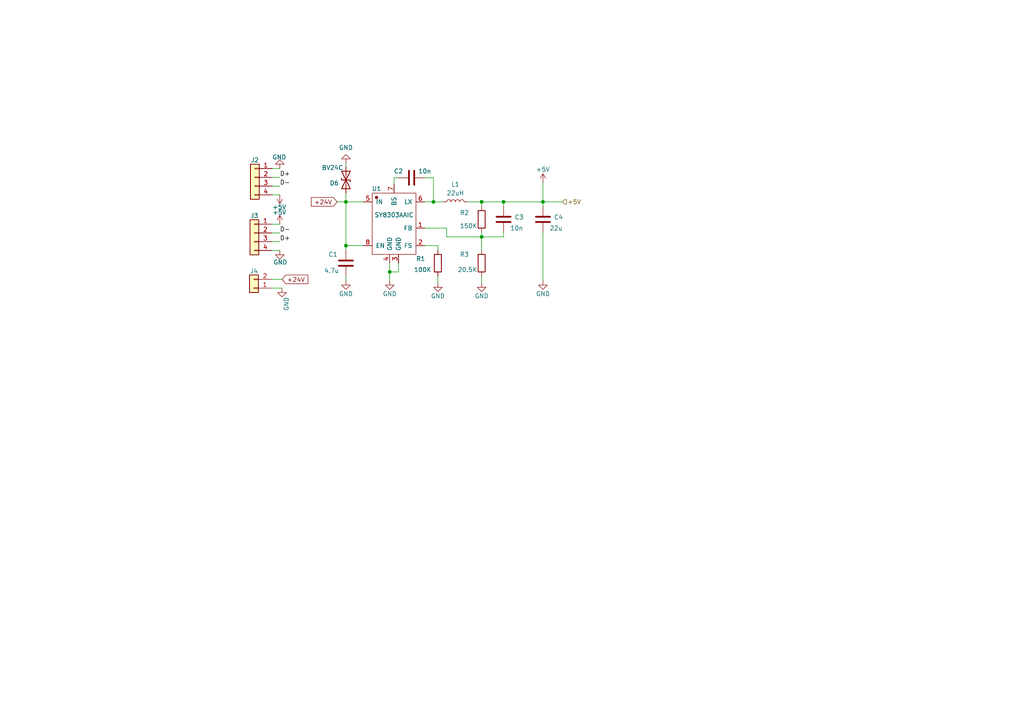
<source format=kicad_sch>
(kicad_sch (version 20230121) (generator eeschema)
  (paper "A4")
  (lib_symbols
    (symbol "Connector_Generic:Conn_01x02" (pin_names (offset 1.016) hide)
      (property "Reference" "J" (at 0 2.54 0))
      (property "Value" "Conn_01x02" (at 0 -5.08 0))
      (symbol "Conn_01x02_1_1"
        (rectangle (start -1.27 -2.413) (end 0 -2.667) (stroke (width 0.1524)))
        (rectangle (start -1.27 0.127) (end 0 -0.127) (stroke (width 0.1524)))
        (rectangle (start -1.27 1.27) (end 1.27 -3.81) (stroke (width 0.254)) (fill (type background)))
        (pin passive line (at -5.08 0 0) (length 3.81) (name "Pin_1") (number "1"))
        (pin passive line (at -5.08 -2.54 0) (length 3.81) (name "Pin_2") (number "2"))
      )
    )
    (symbol "Connector_Generic:Conn_01x04" (pin_names (offset 1.016) hide)
      (property "Reference" "J" (at 0 5.08 0))
      (property "Value" "Conn_01x04" (at 0 -7.62 0))
      (symbol "Conn_01x04_1_1"
        (rectangle (start -1.27 -4.953) (end 0 -5.207) (stroke (width 0.1524)))
        (rectangle (start -1.27 -2.413) (end 0 -2.667) (stroke (width 0.1524)))
        (rectangle (start -1.27 0.127) (end 0 -0.127) (stroke (width 0.1524)))
        (rectangle (start -1.27 2.667) (end 0 2.413) (stroke (width 0.1524)))
        (rectangle (start -1.27 3.81) (end 1.27 -6.35) (stroke (width 0.254)) (fill (type background)))
        (pin passive line (at -5.08 2.54 0) (length 3.81) (name "Pin_1") (number "1"))
        (pin passive line (at -5.08 0 0) (length 3.81) (name "Pin_2") (number "2"))
        (pin passive line (at -5.08 -2.54 0) (length 3.81) (name "Pin_3") (number "3"))
        (pin passive line (at -5.08 -5.08 0) (length 3.81) (name "Pin_4") (number "4"))
      )
    )
    (symbol "Device:C" (pin_numbers hide) (pin_names (offset 0.254))
      (property "Reference" "C" (at 0.635 2.54 0))
      (property "Value" "C" (at 0.635 -2.54 0))
      (symbol "C_0_1"
        (polyline (pts (xy -2.032 -0.762) (xy 2.032 -0.762)) (stroke (width 0.508)))
        (polyline (pts (xy -2.032 0.762) (xy 2.032 0.762)) (stroke (width 0.508)))
      )
      (symbol "C_1_1"
        (pin passive line (at 0 3.81 270) (length 2.794) (name "~") (number "1"))
        (pin passive line (at 0 -3.81 90) (length 2.794) (name "~") (number "2"))
      )
    )
    (symbol "Device:D_TVS" (pin_numbers hide) (pin_names (offset 1.016) hide)
      (property "Reference" "D" (at 0 2.54 0))
      (property "Value" "D_TVS" (at 0 -2.54 0))
      (symbol "D_TVS_0_1"
        (polyline (pts (xy 1.27 0) (xy -1.27 0)))
        (polyline (pts (xy 0.508 1.27) (xy 0 1.27) (xy 0 -1.27) (xy -0.508 -1.27)) (stroke (width 0.254)))
        (polyline (pts (xy -2.54 1.27) (xy -2.54 -1.27) (xy 2.54 1.27) (xy 2.54 -1.27) (xy -2.54 1.27)) (stroke (width 0.254)))
      )
      (symbol "D_TVS_1_1"
        (pin passive line (at -3.81 0 0) (length 2.54) (name "A1") (number "1"))
        (pin passive line (at 3.81 0 180) (length 2.54) (name "A2") (number "2"))
      )
    )
    (symbol "Device:L" (pin_numbers hide) (pin_names (offset 1.016) hide)
      (property "Reference" "L" (at -1.27 0 90))
      (property "Value" "L" (at 1.905 0 90))
      (symbol "L_0_1"
        (arc (start 0 -2.54) (mid 0.6323 -1.905) (end 0 -1.27))
        (arc (start 0 -1.27) (mid 0.6323 -0.635) (end 0 0))
        (arc (start 0 0) (mid 0.6323 0.635) (end 0 1.27))
        (arc (start 0 1.27) (mid 0.6323 1.905) (end 0 2.54))
      )
      (symbol "L_1_1"
        (pin passive line (at 0 3.81 270) (length 1.27) (name "1") (number "1"))
        (pin passive line (at 0 -3.81 90) (length 1.27) (name "2") (number "2"))
      )
    )
    (symbol "Device:R" (pin_numbers hide) (pin_names (offset 0))
      (property "Reference" "R" (at 2.032 0 90))
      (property "Value" "R" (at 0 0 90))
      (symbol "R_0_1"
        (rectangle (start -1.016 -2.54) (end 1.016 2.54) (stroke (width 0.254)))
      )
      (symbol "R_1_1"
        (pin passive line (at 0 3.81 270) (length 1.27) (name "~") (number "1"))
        (pin passive line (at 0 -3.81 90) (length 1.27) (name "~") (number "2"))
      )
    )
    (symbol "ECAT:SY8303AAIC" (pin_names (offset 1.016))
      (property "Reference" "U" (at -5.08 8.89 0))
      (property "Value" "SY8303AAIC" (at 0 2.54 0))
      (symbol "SY8303AAIC_1_1"
        (rectangle (start -6.35 8.89) (end 6.35 -8.89) (stroke (width 0.1524)))
        (circle (center -5.08 7.62) (radius 0.381) (stroke (width 0.1524)) (fill (type outline)))
        (pin input line (at 8.89 -1.27 180) (length 2.54) (name "FB") (number "1"))
        (pin input line (at 8.89 -6.35 180) (length 2.54) (name "FS") (number "2"))
        (pin input line (at 1.27 -11.43 90) (length 2.54) (name "GND") (number "3"))
        (pin input line (at -1.27 -11.43 90) (length 2.54) (name "GND") (number "4"))
        (pin input line (at -8.89 6.35 0) (length 2.54) (name "IN") (number "5"))
        (pin input line (at 8.89 6.35 180) (length 2.54) (name "LX") (number "6"))
        (pin input line (at 0 11.43 270) (length 2.54) (name "BS") (number "7"))
        (pin input line (at -8.89 -6.35 0) (length 2.54) (name "EN") (number "8"))
      )
    )
    (symbol "power:+5V" (power) (pin_names (offset 0))
      (property "Value" "+5V" (at 0 3.556 0))
      (symbol "+5V_0_1"
        (polyline (pts (xy -0.762 1.27) (xy 0 2.54)))
        (polyline (pts (xy 0 0) (xy 0 2.54)))
        (polyline (pts (xy 0 2.54) (xy 0.762 1.27)))
      )
      (symbol "+5V_1_1"
        (pin power_in line (at 0 0 90) (length 0) hide (name "+5V") (number "1"))
      )
    )
    (symbol "power:GND" (power) (pin_names (offset 0))
      (property "Value" "GND" (at 0 -3.81 0))
      (symbol "GND_0_1"
        (polyline (pts (xy 0 0) (xy 0 -1.27) (xy 1.27 -1.27) (xy 0 -2.54) (xy -1.27 -1.27) (xy 0 -1.27)))
      )
      (symbol "GND_1_1"
        (pin power_in line (at 0 0 270) (length 0) hide (name "GND") (number "1"))
      )
    )
  )
  (junction (at 100.33 58.547))
  (junction (at 157.48 58.547))
  (junction (at 139.7 68.707))
  (junction (at 146.05 58.547))
  (junction (at 139.7 58.547))
  (junction (at 125.73 58.547))
  (junction (at 100.33 71.247))
  (junction (at 113.03 78.867))
  (wire (pts (xy 81.153 72.644) (xy 78.867 72.644)))
  (wire (pts (xy 100.33 58.547) (xy 100.33 71.247)))
  (wire (pts (xy 100.33 71.247) (xy 105.41 71.247)))
  (wire (pts (xy 157.48 58.547) (xy 157.48 59.817)))
  (wire (pts (xy 100.33 58.547) (xy 105.41 58.547)))
  (wire (pts (xy 81.153 51.435) (xy 78.994 51.435)))
  (wire (pts (xy 157.48 67.437) (xy 157.48 81.407)))
  (wire (pts (xy 139.7 58.547) (xy 139.7 59.817)))
  (wire (pts (xy 125.73 58.547) (xy 128.27 58.547)))
  (wire (pts (xy 81.153 53.975) (xy 78.994 53.975)))
  (wire (pts (xy 139.7 67.437) (xy 139.7 68.707)))
  (wire (pts (xy 113.03 76.327) (xy 113.03 78.867)))
  (wire (pts (xy 123.19 66.167) (xy 129.54 66.167)))
  (wire (pts (xy 100.33 80.137) (xy 100.33 81.407)))
  (wire (pts (xy 81.153 65.024) (xy 78.867 65.024)))
  (wire (pts (xy 139.7 80.137) (xy 139.7 82.042)))
  (wire (pts (xy 114.3 51.562) (xy 115.57 51.562)))
  (wire (pts (xy 81.153 70.104) (xy 78.867 70.104)))
  (wire (pts (xy 81.153 67.564) (xy 78.867 67.564)))
  (wire (pts (xy 125.73 51.562) (xy 125.73 58.547)))
  (wire (pts (xy 146.05 58.547) (xy 157.48 58.547)))
  (wire (pts (xy 81.788 83.566) (xy 78.74 83.566)))
  (wire (pts (xy 146.05 59.817) (xy 146.05 58.547)))
  (wire (pts (xy 114.3 53.467) (xy 114.3 51.562)))
  (wire (pts (xy 139.7 58.547) (xy 146.05 58.547)))
  (wire (pts (xy 115.57 78.867) (xy 113.03 78.867)))
  (wire (pts (xy 123.19 51.562) (xy 125.73 51.562)))
  (wire (pts (xy 135.89 58.547) (xy 139.7 58.547)))
  (wire (pts (xy 127 71.247) (xy 127 72.517)))
  (wire (pts (xy 97.79 58.547) (xy 100.33 58.547)))
  (wire (pts (xy 81.153 48.895) (xy 78.994 48.895)))
  (wire (pts (xy 100.33 48.387) (xy 100.33 47.371)))
  (wire (pts (xy 113.03 78.867) (xy 113.03 81.407)))
  (wire (pts (xy 100.33 71.247) (xy 100.33 72.517)))
  (wire (pts (xy 123.19 71.247) (xy 127 71.247)))
  (wire (pts (xy 100.33 56.007) (xy 100.33 58.547)))
  (wire (pts (xy 115.57 76.327) (xy 115.57 78.867)))
  (wire (pts (xy 81.153 56.515) (xy 78.994 56.515)))
  (wire (pts (xy 129.54 68.707) (xy 139.7 68.707)))
  (wire (pts (xy 146.05 67.437) (xy 146.05 68.707)))
  (wire (pts (xy 127 80.137) (xy 127 82.042)))
  (wire (pts (xy 139.7 68.707) (xy 139.7 72.517)))
  (wire (pts (xy 157.48 52.959) (xy 157.48 58.547)))
  (wire (pts (xy 81.788 81.026) (xy 78.74 81.026)))
  (wire (pts (xy 157.48 58.547) (xy 163.068 58.547)))
  (wire (pts (xy 123.19 58.547) (xy 125.73 58.547)))
  (wire (pts (xy 129.54 66.167) (xy 129.54 68.707)))
  (wire (pts (xy 139.7 68.707) (xy 146.05 68.707)))
  (label "D+" (at 81.153 70.104 0))
  (label "D-" (at 81.153 67.564 0))
  (label "D-" (at 81.153 53.975 0))
  (label "D+" (at 81.153 51.435 0))
  (global_label "+24V" (shape input) (at 97.79 58.547 180) (property "Intersheetrefs" "${INTERSHEET_REFS}" (effects hide)))
  (global_label "+24V" (shape input) (at 81.788 81.026 0) (property "Intersheetrefs" "${INTERSHEET_REFS}" (effects hide)))
  (hierarchical_label "+5V" (shape input) (at 163.068 58.547 0))
  (symbol (lib_id "power:GND") (at 127 82.042 0) (unit 1)
    (property "Reference" "#PWR010" (effects hide))
    (property "Value" "GND" (at 127 85.852 0))
    (instances (project "EtherCAT_FUNC" (path "" (reference "#PWR010") (unit 1))) (project "ethercat" (path "" (reference "#PWR0408") (unit 1))))
  )
  (symbol (lib_id "power:GND") (at 100.33 81.407 0) (unit 1)
    (property "Reference" "#PWR02" (effects hide))
    (property "Value" "GND" (at 100.33 85.217 0))
    (instances (project "EtherCAT_FUNC" (path "" (reference "#PWR02") (unit 1))) (project "ethercat" (path "" (reference "#PWR0405") (unit 1))))
  )
  (symbol (lib_id "power:GND") (at 113.03 81.407 0) (unit 1)
    (property "Reference" "#PWR09" (effects hide))
    (property "Value" "GND" (at 113.03 85.217 0))
    (instances (project "EtherCAT_FUNC" (path "" (reference "#PWR09") (unit 1))) (project "ethercat" (path "" (reference "#PWR0406") (unit 1))))
  )
  (symbol (lib_id "Device:D_TVS") (at 100.33 52.197 270) (unit 1)
    (property "Reference" "D6" (at 98.298 53.1055 90) (effects (justify right)))
    (property "Value" "BV24C" (at 99.568 48.641 90) (effects (justify right)))
    (property "Footprint" "Diode_SMD:D_SOD-323" (effects hide))
    (instances (project "EtherCAT_FUNC" (path "" (reference "D6") (unit 1)) (path "" (reference "D8") (unit 1))) (project "USB2UART" (path "" (reference "D3") (unit 1))) (project "USB2XXX" (path "" (reference "D6") (unit 1))))
  )
  (symbol (lib_id "power:GND") (at 157.48 81.407 0) (unit 1)
    (property "Reference" "#PWR012" (effects hide))
    (property "Value" "GND" (at 157.48 85.217 0))
    (instances (project "EtherCAT_FUNC" (path "" (reference "#PWR012") (unit 1))) (project "ethercat" (path "" (reference "#PWR0407") (unit 1))))
  )
  (symbol (lib_id "Connector_Generic:Conn_01x02") (at 73.66 83.566 180) (unit 1)
    (property "Reference" "J4" (at 73.66 78.6671 0))
    (property "Value" "Conn_01x02" (effects hide))
    (property "Footprint" "Connector_AMASS:AMASS_XT30PW-M_1x02_P2.50mm_Horizontal" (effects hide))
    (instances (project "EtherCAT_FUNC" (path "" (reference "J4") (unit 1)) (path "" (reference "J5") (unit 1))))
  )
  (symbol (lib_id "Device:C") (at 119.38 51.562 90) (unit 1)
    (property "Reference" "C2" (at 115.57 49.657 90))
    (property "Value" "10n" (at 123.19 49.657 90))
    (property "Footprint" "Capacitor_SMD:C_0603_1608Metric" (effects hide))
    (instances (project "EtherCAT_FUNC" (path "" (reference "C2") (unit 1))) (project "ethercat" (path "" (reference "C401") (unit 1))))
  )
  (symbol (lib_id "power:+5V") (at 157.48 52.959 0) (unit 1)
    (property "Reference" "#PWR013" (effects hide))
    (property "Value" "+5V" (at 157.48 49.149 0))
    (instances (project "EtherCAT_FUNC" (path "" (reference "#PWR013") (unit 1))) (project "ethercat" (path "" (reference "#PWR0401") (unit 1))))
  )
  (symbol (lib_id "Device:L") (at 132.08 58.547 90) (unit 1)
    (property "Reference" "L1" (at 132.08 53.467 90))
    (property "Value" "22uH" (at 132.08 56.007 90))
    (property "Footprint" "Inductor_SMD:L_Sunlord_SWPA5040S" (effects hide))
    (instances (project "EtherCAT_FUNC" (path "" (reference "L1") (unit 1))) (project "ethercat" (path "" (reference "L401") (unit 1))))
  )
  (symbol (lib_id "power:+5V") (at 81.153 56.515 180) (unit 1)
    (property "Reference" "#PWR016" (effects hide))
    (property "Value" "+5V" (at 83.058 60.071 0) (effects (justify left)))
    (instances (project "EtherCAT_FUNC" (path "" (reference "#PWR016") (unit 1)) (path "" (reference "#PWR023") (unit 1))) (project "ethercat" (path "" (reference "#PWR0107") (unit 1))))
  )
  (symbol (lib_id "power:GND") (at 81.788 83.566 0) (mirror y) (unit 1)
    (property "Reference" "#PWR015" (effects hide))
    (property "Value" "GND" (at 83.058 86.106 90) (effects (justify right)))
    (instances (project "EtherCAT_FUNC" (path "" (reference "#PWR015") (unit 1)) (path "" (reference "#PWR025") (unit 1))) (project "ethercat" (path "" (reference "#PWR0106") (unit 1))))
  )
  (symbol (lib_id "Device:R") (at 139.7 63.627 0) (unit 1)
    (property "Reference" "R2" (at 133.35 61.722 0) (effects (justify left)))
    (property "Value" "150K" (at 133.35 65.532 0) (effects (justify left)))
    (property "Footprint" "Resistor_SMD:R_0603_1608Metric" (effects hide))
    (instances (project "EtherCAT_FUNC" (path "" (reference "R2") (unit 1))) (project "ethercat" (path "" (reference "R401") (unit 1))))
  )
  (symbol (lib_id "Device:C") (at 100.33 76.327 180) (unit 1)
    (property "Reference" "C1" (at 95.25 73.787 0) (effects (justify right)))
    (property "Value" "4.7u" (at 93.98 78.486 0) (effects (justify right)))
    (property "Footprint" "Capacitor_SMD:C_0805_2012Metric" (effects hide))
    (instances (project "EtherCAT_FUNC" (path "" (reference "C1") (unit 1))) (project "ethercat" (path "" (reference "C404") (unit 1))))
  )
  (symbol (lib_id "ECAT:SY8303AAIC") (at 114.3 64.897 0) (unit 1)
    (property "Reference" "U1" (at 109.22 54.737 0))
    (property "Value" "SY8303AAIC" (at 114.3 62.357 0))
    (property "Footprint" "EXTRA IC:SOT-23-8_L3.0-W1.7-P0.65-LS2.8-BR" (effects hide))
    (property "SuppliersPartNumber" "C2766086" (effects hide))
    (property "uuid" "std:0fda1428f20645e8aea7e9d4fbc57dc9" (effects hide))
    (instances (project "EtherCAT_FUNC" (path "" (reference "U1") (unit 1))) (project "ethercat" (path "" (reference "U401") (unit 1))))
  )
  (symbol (lib_id "power:GND") (at 100.33 47.371 180) (unit 1)
    (property "Reference" "#PWR037" (effects hide))
    (property "Value" "GND" (at 100.33 42.8085 0))
    (instances (project "EtherCAT_FUNC" (path "" (reference "#PWR037") (unit 1)) (path "" (reference "#PWR042") (unit 1))) (project "USB2UART" (path "" (reference "#PWR018") (unit 1))) (project "USB2XXX" (path "" (reference "#PWR030") (unit 1))))
  )
  (symbol (lib_id "Device:R") (at 139.7 76.327 180) (unit 1)
    (property "Reference" "R3" (at 133.35 73.787 0) (effects (justify right)))
    (property "Value" "20.5K" (at 132.715 78.232 0) (effects (justify right)))
    (property "Footprint" "Resistor_SMD:R_0603_1608Metric" (effects hide))
    (instances (project "EtherCAT_FUNC" (path "" (reference "R3") (unit 1))) (project "ethercat" (path "" (reference "R403") (unit 1))))
  )
  (symbol (lib_id "Device:C") (at 146.05 63.627 180) (unit 1)
    (property "Reference" "C3" (at 149.225 62.992 0) (effects (justify right)))
    (property "Value" "10n" (at 147.955 66.167 0) (effects (justify right)))
    (property "Footprint" "Capacitor_SMD:C_0603_1608Metric" (effects hide))
    (instances (project "EtherCAT_FUNC" (path "" (reference "C3") (unit 1))) (project "ethercat" (path "" (reference "C402") (unit 1))))
  )
  (symbol (lib_id "Device:C") (at 157.48 63.627 180) (unit 1)
    (property "Reference" "C4" (at 160.655 62.992 0) (effects (justify right)))
    (property "Value" "22u" (at 159.385 66.167 0) (effects (justify right)))
    (property "Footprint" "Capacitor_SMD:C_0805_2012Metric" (effects hide))
    (instances (project "EtherCAT_FUNC" (path "" (reference "C4") (unit 1))) (project "ethercat" (path "" (reference "C403") (unit 1))))
  )
  (symbol (lib_id "power:GND") (at 81.153 72.644 0) (mirror y) (unit 1)
    (property "Reference" "#PWR019" (effects hide))
    (property "Value" "GND" (at 79.248 76.073 0) (effects (justify right)))
    (instances (project "EtherCAT_FUNC" (path "" (reference "#PWR019") (unit 1)) (path "" (reference "#PWR022") (unit 1))) (project "ethercat" (path "" (reference "#PWR0106") (unit 1))))
  )
  (symbol (lib_id "power:+5V") (at 81.153 65.024 0) (unit 1)
    (property "Reference" "#PWR017" (effects hide))
    (property "Value" "+5V" (at 78.994 61.595 0) (effects (justify left)))
    (instances (project "EtherCAT_FUNC" (path "" (reference "#PWR017") (unit 1)) (path "" (reference "#PWR021") (unit 1))) (project "ethercat" (path "" (reference "#PWR0107") (unit 1))))
  )
  (symbol (lib_id "Connector_Generic:Conn_01x04") (at 73.787 67.564 0) (mirror y) (unit 1)
    (property "Reference" "J3" (at 73.787 62.5625 0))
    (property "Value" "Conn_01x04" (effects hide))
    (property "Footprint" "Connector_JST:JST_GH_SM04B-GHS-TB_1x04-1MP_P1.25mm_Horizontal" (effects hide))
    (instances (project "EtherCAT_FUNC" (path "" (reference "J3") (unit 1)) (path "" (reference "J6") (unit 1))) (project "USB2UART" (path "" (reference "J2") (unit 1))) (project "USB2XXX" (path "" (reference "J1") (unit 1))))
  )
  (symbol (lib_id "Device:R") (at 127 76.327 180) (unit 1)
    (property "Reference" "R1" (at 120.65 75.057 0) (effects (justify right)))
    (property "Value" "100K" (at 120.015 78.232 0) (effects (justify right)))
    (property "Footprint" "Resistor_SMD:R_0603_1608Metric" (effects hide))
    (instances (project "EtherCAT_FUNC" (path "" (reference "R1") (unit 1))) (project "ethercat" (path "" (reference "R402") (unit 1))))
  )
  (symbol (lib_id "power:GND") (at 81.153 48.895 0) (mirror x) (unit 1)
    (property "Reference" "#PWR018" (effects hide))
    (property "Value" "GND" (at 83.058 45.593 0) (effects (justify right)))
    (instances (project "EtherCAT_FUNC" (path "" (reference "#PWR018") (unit 1)) (path "" (reference "#PWR024") (unit 1))) (project "ethercat" (path "" (reference "#PWR0106") (unit 1))))
  )
  (symbol (lib_id "Connector_Generic:Conn_01x04") (at 73.914 51.435 0) (mirror y) (unit 1)
    (property "Reference" "J2" (at 73.914 46.4335 0))
    (property "Value" "Conn_01x04" (effects hide))
    (property "Footprint" "Connector_PinHeader_1.27mm:PinHeader_1x04_P1.27mm_Vertical" (effects hide))
    (instances (project "EtherCAT_FUNC" (path "" (reference "J2") (unit 1)) (path "" (reference "J7") (unit 1))) (project "USB2UART" (path "" (reference "J2") (unit 1))) (project "USB2XXX" (path "" (reference "J1") (unit 1))))
  )
  (symbol (lib_id "power:GND") (at 139.7 82.042 0) (unit 1)
    (property "Reference" "#PWR011" (effects hide))
    (property "Value" "GND" (at 139.7 85.852 0))
    (instances (project "EtherCAT_FUNC" (path "" (reference "#PWR011") (unit 1))) (project "ethercat" (path "" (reference "#PWR0409") (unit 1))))
  )
)
</source>
